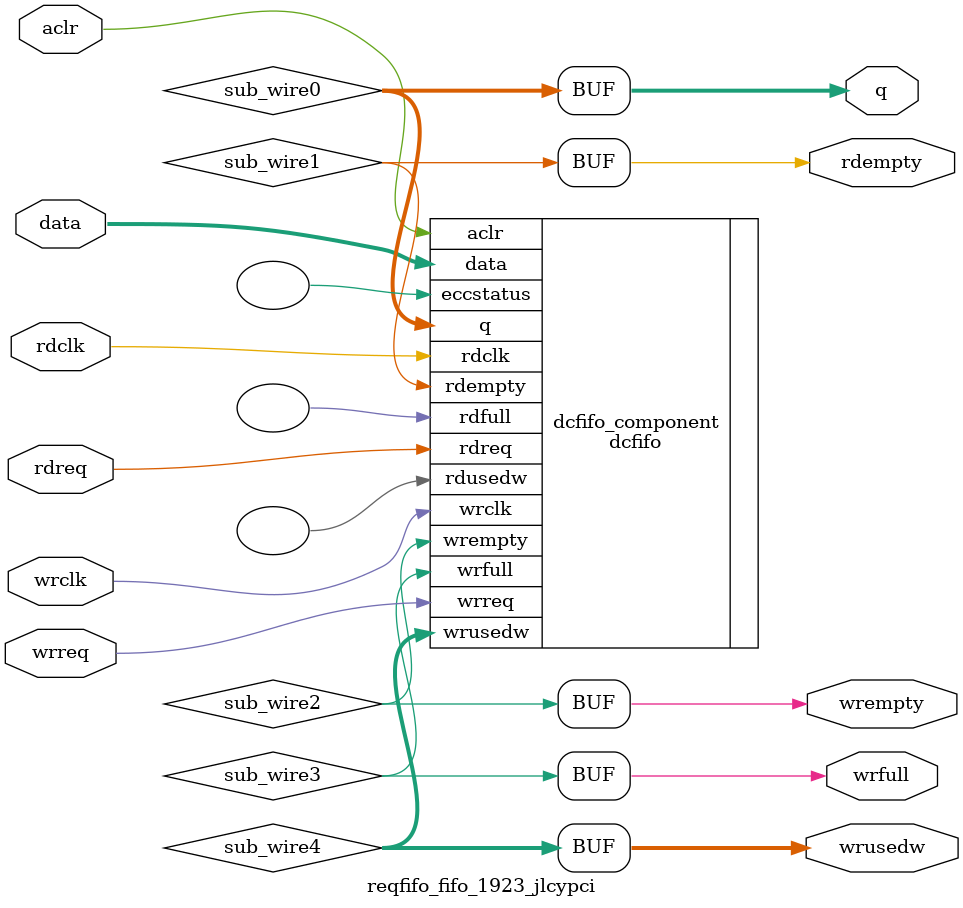
<source format=v>



`timescale 1 ps / 1 ps
// synopsys translate_on
module  reqfifo_fifo_1923_jlcypci  (
    aclr,
    data,
    rdclk,
    rdreq,
    wrclk,
    wrreq,
    q,
    rdempty,
    wrempty,
    wrfull,
    wrusedw);

    input    aclr;
    input  [639:0]  data;
    input    rdclk;
    input    rdreq;
    input    wrclk;
    input    wrreq;
    output [639:0]  q;
    output   rdempty;
    output   wrempty;
    output   wrfull;
    output [5:0]  wrusedw;
`ifndef ALTERA_RESERVED_QIS
// synopsys translate_off
`endif
    tri0     aclr;
`ifndef ALTERA_RESERVED_QIS
// synopsys translate_on
`endif

    wire [639:0] sub_wire0;
    wire  sub_wire1;
    wire  sub_wire2;
    wire  sub_wire3;
    wire [5:0] sub_wire4;
    wire [639:0] q = sub_wire0[639:0];
    wire  rdempty = sub_wire1;
    wire  wrempty = sub_wire2;
    wire  wrfull = sub_wire3;
    wire [5:0] wrusedw = sub_wire4[5:0];

    dcfifo  dcfifo_component (
                .aclr (aclr),
                .data (data),
                .rdclk (rdclk),
                .rdreq (rdreq),
                .wrclk (wrclk),
                .wrreq (wrreq),
                .q (sub_wire0),
                .rdempty (sub_wire1),
                .wrempty (sub_wire2),
                .wrfull (sub_wire3),
                .wrusedw (sub_wire4),
                .eccstatus (),
                .rdfull (),
                .rdusedw ());
    defparam
        dcfifo_component.enable_ecc  = "FALSE",
        dcfifo_component.intended_device_family  = "Agilex",
        dcfifo_component.lpm_hint  = "DISABLE_DCFIFO_EMBEDDED_TIMING_CONSTRAINT=TRUE",
        dcfifo_component.lpm_numwords  = 64,
        dcfifo_component.lpm_showahead  = "ON",
        dcfifo_component.lpm_type  = "dcfifo",
        dcfifo_component.lpm_width  = 640,
        dcfifo_component.lpm_widthu  = 6,
        dcfifo_component.overflow_checking  = "OFF",
        dcfifo_component.rdsync_delaypipe  = 4,
        dcfifo_component.read_aclr_synch  = "ON",
        dcfifo_component.underflow_checking  = "OFF",
        dcfifo_component.use_eab  = "ON",
        dcfifo_component.write_aclr_synch  = "ON",
        dcfifo_component.wrsync_delaypipe  = 4;


endmodule



</source>
